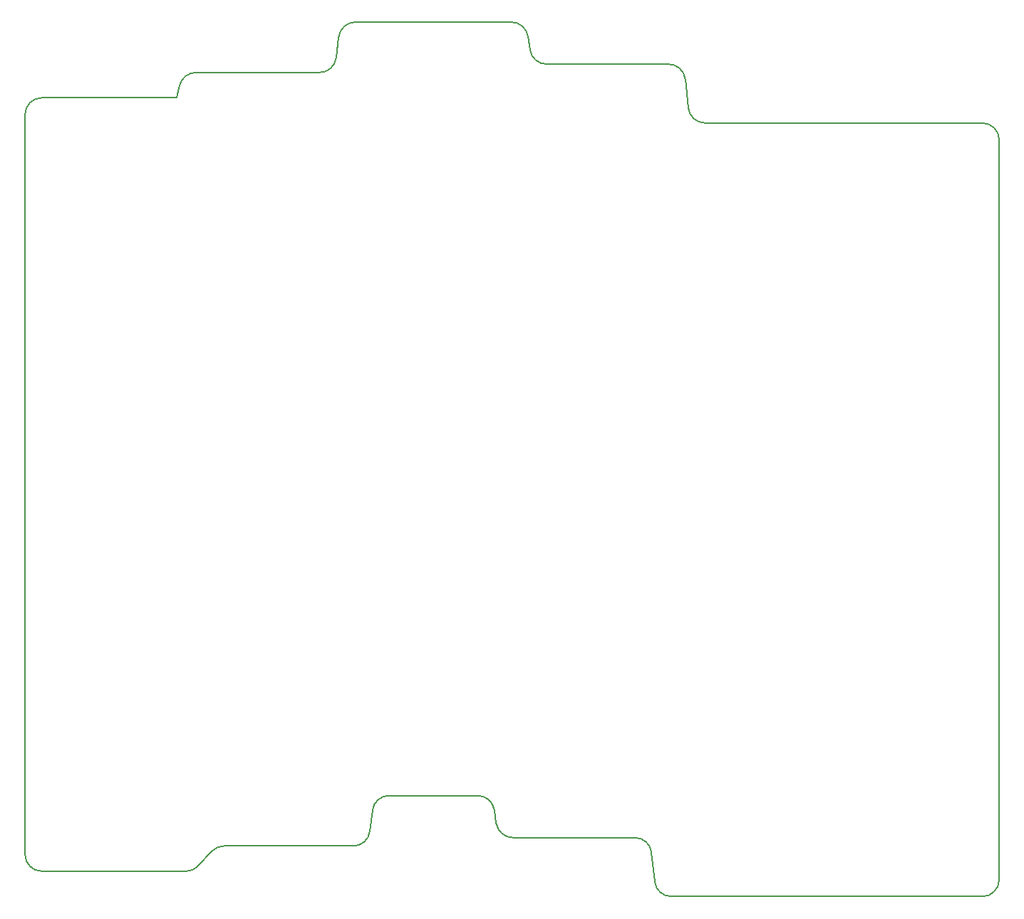
<source format=gbr>
%TF.GenerationSoftware,KiCad,Pcbnew,8.0.7*%
%TF.CreationDate,2025-01-07T17:01:18+01:00*%
%TF.ProjectId,right_finished,72696768-745f-4666-996e-69736865642e,v1.0.0*%
%TF.SameCoordinates,Original*%
%TF.FileFunction,Profile,NP*%
%FSLAX46Y46*%
G04 Gerber Fmt 4.6, Leading zero omitted, Abs format (unit mm)*
G04 Created by KiCad (PCBNEW 8.0.7) date 2025-01-07 17:01:18*
%MOMM*%
%LPD*%
G01*
G04 APERTURE LIST*
%TA.AperFunction,Profile*%
%ADD10C,0.150000*%
%TD*%
G04 APERTURE END LIST*
D10*
X356500000Y-68500000D02*
X323547161Y-68500000D01*
X315202839Y-153500000D02*
G75*
G02*
X317191419Y-155286938I-39J-2000000D01*
G01*
X263344505Y-156851449D02*
G75*
G02*
X261870197Y-157499997I-1474305J1351449D01*
G01*
X323547161Y-68500000D02*
G75*
G02*
X321558581Y-66713062I39J2000000D01*
G01*
X358500000Y-158500000D02*
X358500000Y-70500000D01*
X266379803Y-154500000D02*
X281734436Y-154500000D01*
X261121233Y-64014868D02*
X260749900Y-65500000D01*
X298505498Y-150203319D02*
X298744502Y-151796681D01*
X280031008Y-58251931D02*
G75*
G02*
X282015564Y-56499964I1984592J-248069D01*
G01*
X279718992Y-60748069D02*
G75*
G02*
X277734436Y-62500036I-1984592J248069D01*
G01*
X319202839Y-61500000D02*
G75*
G02*
X321191419Y-63286938I-39J-2000000D01*
G01*
X244750000Y-157500000D02*
G75*
G02*
X242750000Y-155500000I0J2000000D01*
G01*
X358500000Y-158500000D02*
G75*
G02*
X356500000Y-160500000I-2000000J0D01*
G01*
X296527625Y-148500000D02*
G75*
G02*
X298505473Y-150203323I-25J-2000000D01*
G01*
X242750000Y-67500000D02*
G75*
G02*
X244750000Y-65500000I2000000J0D01*
G01*
X319547161Y-160500000D02*
X356500000Y-160500000D01*
X319547161Y-160500000D02*
G75*
G02*
X317558581Y-158713062I39J2000000D01*
G01*
X286015564Y-148500000D02*
X296527625Y-148500000D01*
X300722375Y-153500000D02*
G75*
G02*
X298744527Y-151796677I25J2000000D01*
G01*
X300527625Y-56500000D02*
G75*
G02*
X302505473Y-58203323I-25J-2000000D01*
G01*
X356500000Y-68500000D02*
G75*
G02*
X358500000Y-70500000I0J-2000000D01*
G01*
X300722375Y-153500000D02*
X315202839Y-153500000D01*
X283718992Y-152748069D02*
G75*
G02*
X281734436Y-154500036I-1984592J248069D01*
G01*
X284031008Y-150251931D02*
G75*
G02*
X286015564Y-148499964I1984592J-248069D01*
G01*
X242750000Y-67500000D02*
X242750000Y-155500000D01*
X283718991Y-152748069D02*
X284031009Y-150251931D01*
X317191457Y-155286934D02*
X317558543Y-158713066D01*
X277734436Y-62500000D02*
X263061502Y-62500000D01*
X321558543Y-66713066D02*
X321191457Y-63286934D01*
X304722375Y-61500000D02*
G75*
G02*
X302744527Y-59796677I25J2000000D01*
G01*
X264905495Y-155148551D02*
G75*
G02*
X266379803Y-154500003I1474305J-1351449D01*
G01*
X260749900Y-65500000D02*
X244750000Y-65500000D01*
X302744502Y-59796681D02*
X302505498Y-58203319D01*
X263344505Y-156851449D02*
X264905495Y-155148551D01*
X319202839Y-61500000D02*
X304722375Y-61500000D01*
X280031009Y-58251931D02*
X279718991Y-60748069D01*
X244750000Y-157500000D02*
X261870197Y-157500000D01*
X300527625Y-56500000D02*
X282015564Y-56500000D01*
X261121232Y-64014868D02*
G75*
G02*
X263061502Y-62500002I1940268J-485132D01*
G01*
M02*

</source>
